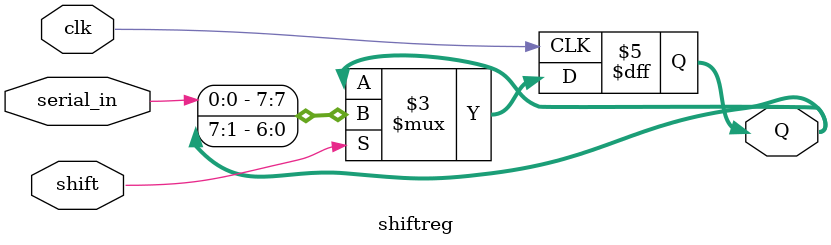
<source format=v>
module shiftreg 
#(parameter n = 8)
(
    input clk,
    input shift,
    input serial_in,
    output reg [n-1:0] Q=0
);
  always @(posedge clk ) begin
     if (shift) begin
      Q<={serial_in,Q[n-1:1]};
     end
  end  
endmodule
</source>
